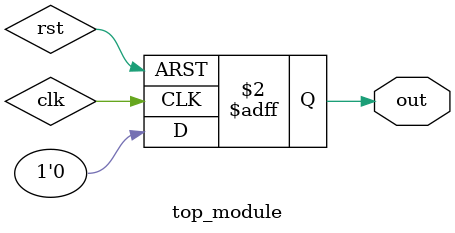
<source format=sv>
module top_module(
	output reg out);
	
	always @(posedge clk or posedge rst) begin
		if (rst) begin
			out <= 0;
		end else begin
			out <= 0;
		end
	end
	
endmodule

</source>
